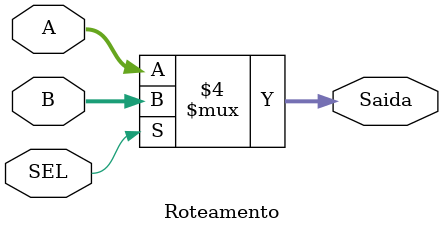
<source format=sv>

/*
Problema 02 - Roteamento

a) Construir um circuito digital que faz o roteamento entre duas informações de 4 bits (A e B) 
e transmite a informação selecionada (utilizando a variável de seleção, SEL) para um único canal 
de comunicação (Saida).
*/

parameter N = 4;	// número de bits

module Roteamento(input logic [N-1:0] A, B, input logic SEL, output logic [N-1:0] Saida);
  always_comb begin 
    if(SEL == 0)
      Saida <= A;
    else
      Saida <= B;
  end
endmodule
</source>
